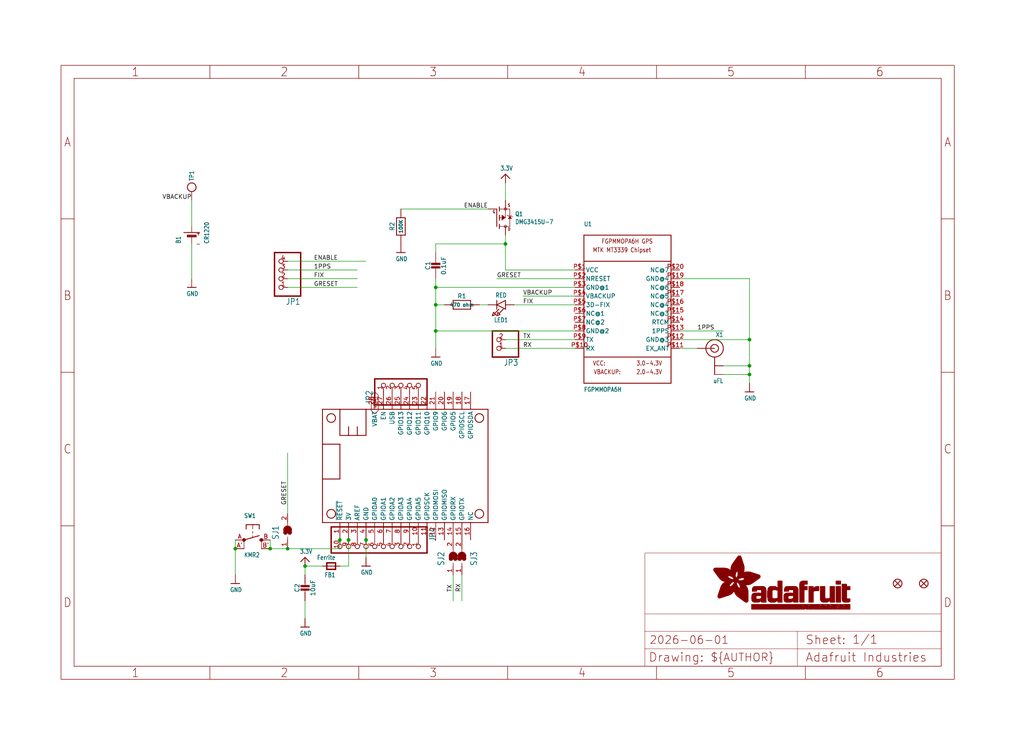
<source format=kicad_sch>
(kicad_sch (version 20230121) (generator eeschema)
  (paper "User" 298.45 217.322)
  (lib_symbols
    (symbol "working-eagle-import:3.3V" (power)
      (property "Value" "3.3V" (at -1.524 1.016 0))
      (symbol "3.3V_1_0"
        (pin power_in line (at 0 -2.54 90) (length 2.54) (name "3.3V") (number "1"))
      )
    )
    (symbol "working-eagle-import:ANTENNA_U.FL"
      (property "Reference" "X" (at -2.54 3.302 0))
      (symbol "ANTENNA_U.FL_1_0"
        (pin passive line (at -2.54 -5.08 0) (length 2.54) (name "GND@0") (number "1"))
        (pin passive line (at -2.54 -7.62 0) (length 2.54) (name "GND@1") (number "2"))
        (pin passive line (at 5.08 0 180) (length 5.08) (name "SIGNAL") (number "3"))
      )
    )
    (symbol "working-eagle-import:BATTERYCR1220_2"
      (property "Reference" "B" (at -2.54 3.175 0))
      (symbol "BATTERYCR1220_2_1_0"
        (text "+" (at 1.27 -1.143 900) (effects (font (size 1.27 1.0795)) (justify right top)))
        (text "-" (at -1.778 -1.143 900) (effects (font (size 1.27 1.0795)) (justify right top)))
        (pin passive line (at 2.54 0 180) (length 0) (name "+") (number "+"))
        (pin passive line (at -2.54 0 0) (length 0) (name "-") (number "-"))
      )
    )
    (symbol "working-eagle-import:CAP_CERAMIC0805-NOOUTLINE"
      (property "Reference" "C" (at -2.29 1.25 90))
      (symbol "CAP_CERAMIC0805-NOOUTLINE_1_0"
        (pin passive line (at 0 5.08 270) (length 2.54) (name "1") (number "1"))
        (pin passive line (at 0 -2.54 90) (length 2.54) (name "2") (number "2"))
      )
    )
    (symbol "working-eagle-import:FEATHERWING"
      (symbol "FEATHERWING_1_0"
        (pin input line (at 5.08 -5.08 90) (length 5.08) (name "~{RESET}") (number "1"))
        (pin bidirectional line (at 27.94 -5.08 90) (length 5.08) (name "GPIOA5") (number "10"))
        (pin bidirectional line (at 30.48 -5.08 90) (length 5.08) (name "GPIOSCK") (number "11"))
        (pin bidirectional line (at 33.02 -5.08 90) (length 5.08) (name "GPIOMOSI") (number "12"))
        (pin bidirectional line (at 35.56 -5.08 90) (length 5.08) (name "GPIOMISO") (number "13"))
        (pin bidirectional line (at 38.1 -5.08 90) (length 5.08) (name "GPIORX") (number "14"))
        (pin bidirectional line (at 40.64 -5.08 90) (length 5.08) (name "GPIOTX") (number "15"))
        (pin passive line (at 43.18 -5.08 90) (length 5.08) (name "NC") (number "16"))
        (pin bidirectional line (at 43.18 38.1 270) (length 5.08) (name "GPIOSDA") (number "17"))
        (pin bidirectional line (at 40.64 38.1 270) (length 5.08) (name "GPIOSCL") (number "18"))
        (pin bidirectional line (at 38.1 38.1 270) (length 5.08) (name "GPIO5") (number "19"))
        (pin power_in line (at 7.62 -5.08 90) (length 5.08) (name "3V") (number "2"))
        (pin bidirectional line (at 35.56 38.1 270) (length 5.08) (name "GPIO6") (number "20"))
        (pin bidirectional line (at 33.02 38.1 270) (length 5.08) (name "GPIO9") (number "21"))
        (pin bidirectional line (at 30.48 38.1 270) (length 5.08) (name "GPIO10") (number "22"))
        (pin bidirectional line (at 27.94 38.1 270) (length 5.08) (name "GPIO11") (number "23"))
        (pin bidirectional line (at 25.4 38.1 270) (length 5.08) (name "GPIO12") (number "24"))
        (pin bidirectional line (at 22.86 38.1 270) (length 5.08) (name "GPIO13") (number "25"))
        (pin power_in line (at 20.32 38.1 270) (length 5.08) (name "USB") (number "26"))
        (pin passive line (at 17.78 38.1 270) (length 5.08) (name "EN") (number "27"))
        (pin power_in line (at 15.24 38.1 270) (length 5.08) (name "VBAT") (number "28"))
        (pin passive line (at 10.16 -5.08 90) (length 5.08) (name "AREF") (number "3"))
        (pin power_in line (at 12.7 -5.08 90) (length 5.08) (name "GND") (number "4"))
        (pin bidirectional line (at 15.24 -5.08 90) (length 5.08) (name "GPIOA0") (number "5"))
        (pin bidirectional line (at 17.78 -5.08 90) (length 5.08) (name "GPIOA1") (number "6"))
        (pin bidirectional line (at 20.32 -5.08 90) (length 5.08) (name "GPIOA2") (number "7"))
        (pin bidirectional line (at 22.86 -5.08 90) (length 5.08) (name "GPIOA3") (number "8"))
        (pin bidirectional line (at 25.4 -5.08 90) (length 5.08) (name "GPIOA4") (number "9"))
      )
    )
    (symbol "working-eagle-import:FERRITE-0805NO"
      (property "Reference" "FB" (at -1.27 1.905 0))
      (symbol "FERRITE-0805NO_1_0"
        (pin passive line (at -2.54 0 0) (length 2.54) (name "P$1") (number "1"))
        (pin passive line (at 2.54 0 180) (length 2.54) (name "P$2") (number "2"))
      )
    )
    (symbol "working-eagle-import:FIDUCIAL{dblquote}{dblquote}")
    (symbol "working-eagle-import:FRAME_A4_ADAFRUIT"
      (symbol "FRAME_A4_ADAFRUIT_1_0"
        (text "${#}/${##}" (at 230.505 10.16 0) (effects (font (size 2.54 2.54)) (justify left bottom)))
        (text "${AUTHOR}" (at 189.23 5.08 0) (effects (font (size 2.286 2.286)) (justify left bottom)))
        (text "${CURRENT_DATE}" (at 171.45 10.16 0) (effects (font (size 2.286 2.286)) (justify left bottom)))
        (text "${PROJECTNAME}" (at 171.45 15.24 0) (effects (font (size 2.54 2.54)) (justify left bottom)))
        (text "1" (at 21.6958 1.905 0) (effects (font (size 2.54 2.286))))
        (text "1" (at 21.6958 177.165 0) (effects (font (size 2.54 2.286))))
        (text "2" (at 65.0875 1.905 0) (effects (font (size 2.54 2.286))))
        (text "2" (at 65.0875 177.165 0) (effects (font (size 2.54 2.286))))
        (text "3" (at 108.4792 1.905 0) (effects (font (size 2.54 2.286))))
        (text "3" (at 108.4792 177.165 0) (effects (font (size 2.54 2.286))))
        (text "4" (at 151.8708 1.905 0) (effects (font (size 2.54 2.286))))
        (text "4" (at 151.8708 177.165 0) (effects (font (size 2.54 2.286))))
        (text "5" (at 195.2625 1.905 0) (effects (font (size 2.54 2.286))))
        (text "5" (at 195.2625 177.165 0) (effects (font (size 2.54 2.286))))
        (text "6" (at 238.6542 1.905 0) (effects (font (size 2.54 2.286))))
        (text "6" (at 238.6542 177.165 0) (effects (font (size 2.54 2.286))))
        (text "A" (at 1.905 156.6863 0) (effects (font (size 2.54 2.286))))
        (text "A" (at 258.445 156.6863 0) (effects (font (size 2.54 2.286))))
        (text "Adafruit Industries" (at 216.916 4.953 0) (effects (font (size 2.54 2.54)) (justify left bottom)))
        (text "B" (at 1.905 111.9188 0) (effects (font (size 2.54 2.286))))
        (text "B" (at 258.445 111.9188 0) (effects (font (size 2.54 2.286))))
        (text "C" (at 1.905 67.1513 0) (effects (font (size 2.54 2.286))))
        (text "C" (at 258.445 67.1513 0) (effects (font (size 2.54 2.286))))
        (text "D" (at 1.905 22.3838 0) (effects (font (size 2.54 2.286))))
        (text "D" (at 258.445 22.3838 0) (effects (font (size 2.54 2.286))))
        (text "Drawing:" (at 171.196 4.953 0) (effects (font (size 2.54 2.54)) (justify left bottom)))
        (text "Sheet:" (at 216.916 10.033 0) (effects (font (size 2.54 2.54)) (justify left bottom)))
      )
    )
    (symbol "working-eagle-import:GND" (power)
      (property "Value" "GND" (at -1.524 -2.54 0))
      (symbol "GND_1_0"
        (pin power_in line (at 0 2.54 270) (length 2.54) (name "GND") (number "1"))
      )
    )
    (symbol "working-eagle-import:GPS_FGPMMOPA6H"
      (property "Reference" "U" (at -12.7 22.86 0))
      (symbol "GPS_FGPMMOPA6H_1_0"
        (text "2.0-4.3V" (at 2.54 -20.32 0) (effects (font (size 1.27 1.0795)) (justify left bottom)))
        (text "3.0-4.3V" (at 2.54 -17.78 0) (effects (font (size 1.27 1.0795)) (justify left bottom)))
        (text "FGPMMOPA6H GPS" (at -7.62 17.78 0) (effects (font (size 1.27 1.0795)) (justify left bottom)))
        (text "MTK MT3339 Chipset" (at -10.16 15.24 0) (effects (font (size 1.27 1.0795)) (justify left bottom)))
        (text "VBACKUP:" (at -9.906 -20.32 0) (effects (font (size 1.27 1.0795)) (justify left bottom)))
        (text "VCC:" (at -10.16 -17.78 0) (effects (font (size 1.27 1.0795)) (justify left bottom)))
        (pin bidirectional line (at -15.24 10.16 0) (length 2.54) (name "VCC") (number "P$1"))
        (pin bidirectional line (at -15.24 -12.7 0) (length 2.54) (name "RX") (number "P$10"))
        (pin bidirectional line (at 15.24 -12.7 180) (length 2.54) (name "EX_ANT") (number "P$11"))
        (pin bidirectional line (at 15.24 -10.16 180) (length 2.54) (name "GND@3") (number "P$12"))
        (pin bidirectional line (at 15.24 -7.62 180) (length 2.54) (name "1PPS") (number "P$13"))
        (pin bidirectional line (at 15.24 -5.08 180) (length 2.54) (name "RTCM") (number "P$14"))
        (pin bidirectional line (at 15.24 -2.54 180) (length 2.54) (name "NC@3") (number "P$15"))
        (pin bidirectional line (at 15.24 0 180) (length 2.54) (name "NC@4") (number "P$16"))
        (pin bidirectional line (at 15.24 2.54 180) (length 2.54) (name "NC@5") (number "P$17"))
        (pin bidirectional line (at 15.24 5.08 180) (length 2.54) (name "NC@6") (number "P$18"))
        (pin bidirectional line (at 15.24 7.62 180) (length 2.54) (name "GND@4") (number "P$19"))
        (pin bidirectional line (at -15.24 7.62 0) (length 2.54) (name "NRESET") (number "P$2"))
        (pin bidirectional line (at 15.24 10.16 180) (length 2.54) (name "NC@7") (number "P$20"))
        (pin bidirectional line (at -15.24 5.08 0) (length 2.54) (name "GND@1") (number "P$3"))
        (pin bidirectional line (at -15.24 2.54 0) (length 2.54) (name "VBACKUP") (number "P$4"))
        (pin bidirectional line (at -15.24 0 0) (length 2.54) (name "3D-FIX") (number "P$5"))
        (pin bidirectional line (at -15.24 -2.54 0) (length 2.54) (name "NC@1") (number "P$6"))
        (pin bidirectional line (at -15.24 -5.08 0) (length 2.54) (name "NC@2") (number "P$7"))
        (pin bidirectional line (at -15.24 -7.62 0) (length 2.54) (name "GND@2") (number "P$8"))
        (pin bidirectional line (at -15.24 -10.16 0) (length 2.54) (name "TX") (number "P$9"))
      )
    )
    (symbol "working-eagle-import:HEADER-1X10ROUND"
      (property "Reference" "JP" (at -6.35 13.335 0))
      (symbol "HEADER-1X10ROUND_1_0"
        (pin passive inverted (at -2.54 10.16 0) (length 2.54) (name "1") (number "1"))
        (pin passive inverted (at -2.54 -12.7 0) (length 2.54) (name "10") (number "10"))
        (pin passive inverted (at -2.54 7.62 0) (length 2.54) (name "2") (number "2"))
        (pin passive inverted (at -2.54 5.08 0) (length 2.54) (name "3") (number "3"))
        (pin passive inverted (at -2.54 2.54 0) (length 2.54) (name "4") (number "4"))
        (pin passive inverted (at -2.54 0 0) (length 2.54) (name "5") (number "5"))
        (pin passive inverted (at -2.54 -2.54 0) (length 2.54) (name "6") (number "6"))
        (pin passive inverted (at -2.54 -5.08 0) (length 2.54) (name "7") (number "7"))
        (pin passive inverted (at -2.54 -7.62 0) (length 2.54) (name "8") (number "8"))
        (pin passive inverted (at -2.54 -10.16 0) (length 2.54) (name "9") (number "9"))
      )
    )
    (symbol "working-eagle-import:HEADER-1X2ROUND"
      (property "Reference" "JP" (at -6.35 5.715 0))
      (symbol "HEADER-1X2ROUND_1_0"
        (pin passive inverted (at -2.54 2.54 0) (length 2.54) (name "1") (number "1"))
        (pin passive inverted (at -2.54 0 0) (length 2.54) (name "2") (number "2"))
      )
    )
    (symbol "working-eagle-import:HEADER-1X4ROUND"
      (property "Reference" "JP" (at -6.35 8.255 0))
      (symbol "HEADER-1X4ROUND_1_0"
        (pin passive inverted (at -2.54 5.08 0) (length 2.54) (name "1") (number "1"))
        (pin passive inverted (at -2.54 2.54 0) (length 2.54) (name "2") (number "2"))
        (pin passive inverted (at -2.54 0 0) (length 2.54) (name "3") (number "3"))
        (pin passive inverted (at -2.54 -2.54 0) (length 2.54) (name "4") (number "4"))
      )
    )
    (symbol "working-eagle-import:HEADER-1X570MIL"
      (property "Reference" "JP" (at -6.35 8.255 0))
      (symbol "HEADER-1X570MIL_1_0"
        (pin passive inverted (at -2.54 5.08 0) (length 2.54) (name "1") (number "1"))
        (pin passive inverted (at -2.54 2.54 0) (length 2.54) (name "2") (number "2"))
        (pin passive inverted (at -2.54 0 0) (length 2.54) (name "3") (number "3"))
        (pin passive inverted (at -2.54 -2.54 0) (length 2.54) (name "4") (number "4"))
        (pin passive inverted (at -2.54 -5.08 0) (length 2.54) (name "5") (number "5"))
      )
    )
    (symbol "working-eagle-import:LED0805_NOOUTLINE"
      (property "Reference" "D" (at -1.27 4.445 0))
      (symbol "LED0805_NOOUTLINE_1_0"
        (pin passive line (at -5.08 0 0) (length 2.54) (name "A") (number "A"))
        (pin passive line (at 2.54 0 180) (length 2.54) (name "C") (number "C"))
      )
    )
    (symbol "working-eagle-import:MOSFET-PWIDE"
      (property "Reference" "Q" (at 2.794 0.381 0))
      (symbol "MOSFET-PWIDE_1_0"
        (text "D" (at 0.635 -3.81 0) (effects (font (size 0.8128 0.6908)) (justify left bottom)))
        (text "G" (at -3.81 1.27 0) (effects (font (size 0.8128 0.6908)) (justify left bottom)))
        (text "S" (at 0.635 3.175 0) (effects (font (size 0.8128 0.6908)) (justify left bottom)))
        (pin passive line (at -5.08 2.54 0) (length 2.54) (name "G") (number "1"))
        (pin passive line (at 0 5.08 270) (length 2.54) (name "S") (number "2"))
        (pin passive line (at 0 -5.08 90) (length 2.54) (name "D") (number "3"))
      )
    )
    (symbol "working-eagle-import:RESISTOR0805_NOOUTLINE"
      (property "Reference" "R" (at 0 2.54 0))
      (symbol "RESISTOR0805_NOOUTLINE_1_0"
        (pin passive line (at -5.08 0 0) (length 2.54) (name "1") (number "1"))
        (pin passive line (at 5.08 0 180) (length 2.54) (name "2") (number "2"))
      )
    )
    (symbol "working-eagle-import:SOLDERJUMPER"
      (property "Reference" "SJ" (at -2.54 2.54 0))
      (symbol "SOLDERJUMPER_1_0"
        (pin passive line (at -5.08 0 0) (length 2.54) (name "1") (number "1"))
        (pin passive line (at 5.08 0 180) (length 2.54) (name "2") (number "2"))
      )
    )
    (symbol "working-eagle-import:SOLDERJUMPERCLOSED"
      (property "Reference" "SJ" (at -2.54 2.54 0))
      (symbol "SOLDERJUMPERCLOSED_1_0"
        (pin passive line (at -5.08 0 0) (length 2.54) (name "1") (number "1"))
        (pin passive line (at 5.08 0 180) (length 2.54) (name "2") (number "2"))
      )
    )
    (symbol "working-eagle-import:SWITCH_TACT_SMT4.6X2.8"
      (property "Reference" "SW" (at -2.54 6.35 0))
      (symbol "SWITCH_TACT_SMT4.6X2.8_1_0"
        (pin passive line (at -5.08 0 0) (length 2.54) (name "P") (number "A"))
        (pin passive line (at -5.08 -2.54 0) (length 2.54) (name "P1") (number "A'"))
        (pin passive line (at 5.08 0 180) (length 2.54) (name "S") (number "B"))
        (pin passive line (at 5.08 -2.54 180) (length 2.54) (name "S1") (number "B'"))
      )
    )
    (symbol "working-eagle-import:TESTPOINTROUND1.5MM"
      (property "Reference" "TP" (at 0 5.588 90))
      (symbol "TESTPOINTROUND1.5MM_1_0"
        (pin bidirectional line (at 0 0 90) (length 2.54) (name "P$1") (number "P$1"))
      )
    )
  )
  (junction (at 147.32 71.12))
  (junction (at 78.74 160.02))
  (junction (at 218.44 106.68))
  (junction (at 101.6 157.48))
  (junction (at 88.9 165.1))
  (junction (at 218.44 109.22))
  (junction (at 99.06 157.48))
  (junction (at 218.44 99.06))
  (junction (at 68.58 160.02))
  (junction (at 83.82 160.02))
  (junction (at 127 83.82))
  (junction (at 127 96.52))
  (junction (at 127 88.9))
  (junction (at 106.68 157.48))
  (wire (pts (xy 147.32 68.58) (xy 147.32 71.12)) (stroke (width 0.1524)))
  (wire (pts (xy 147.32 71.12) (xy 147.32 78.74)) (stroke (width 0.1524)))
  (wire (pts (xy 218.44 106.68) (xy 218.44 109.22)) (stroke (width 0.1524)))
  (wire (pts (xy 167.64 83.82) (xy 127 83.82)) (stroke (width 0.1524)))
  (wire (pts (xy 127 83.82) (xy 127 88.9)) (stroke (width 0.1524)))
  (wire (pts (xy 198.12 96.52) (xy 210.82 96.52)) (stroke (width 0.1524)))
  (wire (pts (xy 55.88 71.12) (xy 55.88 81.28)) (stroke (width 0.1524)))
  (wire (pts (xy 129.54 88.9) (xy 127 88.9)) (stroke (width 0.1524)))
  (wire (pts (xy 101.6 165.1) (xy 99.06 165.1)) (stroke (width 0.1524)))
  (wire (pts (xy 55.88 66.04) (xy 55.88 58.42)) (stroke (width 0.1524)))
  (wire (pts (xy 167.64 88.9) (xy 149.86 88.9)) (stroke (width 0.1524)))
  (wire (pts (xy 167.64 86.36) (xy 152.4 86.36)) (stroke (width 0.1524)))
  (wire (pts (xy 218.44 109.22) (xy 218.44 111.76)) (stroke (width 0.1524)))
  (wire (pts (xy 167.64 101.6) (xy 147.32 101.6)) (stroke (width 0.1524)))
  (wire (pts (xy 167.64 99.06) (xy 147.32 99.06)) (stroke (width 0.1524)))
  (wire (pts (xy 198.12 101.6) (xy 203.2 101.6)) (stroke (width 0.1524)))
  (wire (pts (xy 218.44 81.28) (xy 218.44 99.06)) (stroke (width 0.1524)))
  (wire (pts (xy 101.6 157.48) (xy 101.6 165.1)) (stroke (width 0.1524)))
  (wire (pts (xy 83.82 76.2) (xy 106.68 76.2)) (stroke (width 0.1524)))
  (wire (pts (xy 147.32 53.34) (xy 147.32 58.42)) (stroke (width 0.1524)))
  (wire (pts (xy 88.9 175.26) (xy 88.9 180.34)) (stroke (width 0.1524)))
  (wire (pts (xy 78.74 160.02) (xy 83.82 160.02)) (stroke (width 0.1524)))
  (wire (pts (xy 106.68 162.56) (xy 106.68 157.48)) (stroke (width 0.1524)))
  (wire (pts (xy 127 96.52) (xy 127 101.6)) (stroke (width 0.1524)))
  (wire (pts (xy 127 81.28) (xy 127 83.82)) (stroke (width 0.1524)))
  (wire (pts (xy 142.24 60.96) (xy 116.84 60.96)) (stroke (width 0.1524)))
  (wire (pts (xy 83.82 149.86) (xy 83.82 132.08)) (stroke (width 0.1524)))
  (wire (pts (xy 88.9 165.1) (xy 88.9 167.64)) (stroke (width 0.1524)))
  (wire (pts (xy 83.82 81.28) (xy 104.14 81.28)) (stroke (width 0.1524)))
  (wire (pts (xy 68.58 160.02) (xy 68.58 167.64)) (stroke (width 0.1524)))
  (wire (pts (xy 210.82 109.22) (xy 218.44 109.22)) (stroke (width 0.1524)))
  (wire (pts (xy 93.98 165.1) (xy 88.9 165.1)) (stroke (width 0.1524)))
  (wire (pts (xy 68.58 157.48) (xy 68.58 160.02)) (stroke (width 0.1524)))
  (wire (pts (xy 134.62 167.64) (xy 134.62 175.26)) (stroke (width 0.1524)))
  (wire (pts (xy 167.64 96.52) (xy 127 96.52)) (stroke (width 0.1524)))
  (wire (pts (xy 218.44 99.06) (xy 218.44 106.68)) (stroke (width 0.1524)))
  (wire (pts (xy 127 88.9) (xy 127 96.52)) (stroke (width 0.1524)))
  (wire (pts (xy 127 73.66) (xy 127 71.12)) (stroke (width 0.1524)))
  (wire (pts (xy 104.14 83.82) (xy 83.82 83.82)) (stroke (width 0.1524)))
  (wire (pts (xy 83.82 160.02) (xy 99.06 160.02)) (stroke (width 0.1524)))
  (wire (pts (xy 127 71.12) (xy 147.32 71.12)) (stroke (width 0.1524)))
  (wire (pts (xy 142.24 88.9) (xy 139.7 88.9)) (stroke (width 0.1524)))
  (wire (pts (xy 167.64 78.74) (xy 147.32 78.74)) (stroke (width 0.1524)))
  (wire (pts (xy 99.06 160.02) (xy 99.06 157.48)) (stroke (width 0.1524)))
  (wire (pts (xy 78.74 157.48) (xy 78.74 160.02)) (stroke (width 0.1524)))
  (wire (pts (xy 210.82 106.68) (xy 218.44 106.68)) (stroke (width 0.1524)))
  (wire (pts (xy 83.82 78.74) (xy 104.14 78.74)) (stroke (width 0.1524)))
  (wire (pts (xy 198.12 99.06) (xy 218.44 99.06)) (stroke (width 0.1524)))
  (wire (pts (xy 167.64 81.28) (xy 144.78 81.28)) (stroke (width 0.1524)))
  (wire (pts (xy 198.12 81.28) (xy 218.44 81.28)) (stroke (width 0.1524)))
  (wire (pts (xy 132.08 167.64) (xy 132.08 175.26)) (stroke (width 0.1524)))
  (label "ENABLE" (at 142.24 60.96 180) (effects (font (size 1.2446 1.2446))))
  (label "1PPS" (at 91.44 78.74 0) (effects (font (size 1.2446 1.2446))))
  (label "TX" (at 152.4 99.06 0) (effects (font (size 1.2446 1.2446))))
  (label "RX" (at 152.4 101.6 0) (effects (font (size 1.2446 1.2446))))
  (label "TX" (at 132.08 172.72 90) (effects (font (size 1.2446 1.2446))))
  (label "1PPS" (at 203.2 96.52 0) (effects (font (size 1.2446 1.2446))))
  (label "RX" (at 134.62 172.72 90) (effects (font (size 1.2446 1.2446))))
  (label "VBACKUP" (at 55.88 58.42 180) (effects (font (size 1.2446 1.2446))))
  (label "VBACKUP" (at 152.4 86.36 0) (effects (font (size 1.2446 1.2446))))
  (label "ENABLE" (at 91.44 76.2 0) (effects (font (size 1.2446 1.2446))))
  (label "FIX" (at 91.44 81.28 0) (effects (font (size 1.2446 1.2446))))
  (label "GRESET" (at 91.44 83.82 0) (effects (font (size 1.2446 1.2446))))
  (label "GRESET" (at 144.78 81.28 0) (effects (font (size 1.2446 1.2446))))
  (label "GRESET" (at 83.82 147.32 90) (effects (font (size 1.2446 1.2446))))
  (label "FIX" (at 152.4 88.9 0) (effects (font (size 1.2446 1.2446))))
  (global_label "VBAT" (shape bidirectional) (at 109.22 114.3 270) (effects (font (size 1.016 1.016))) (property "Intersheetrefs" "${INTERSHEET_REFS}" (effects hide)))
  (symbol (lib_id "working-eagle-import:GPS_FGPMMOPA6H") (at 182.88 88.9 0) (unit 1)
    (property "Reference" "U1" (at 170.18 66.04 0) (effects (font (size 1.27 1.0795)) (justify left bottom)))
    (property "Value" "FGPMMOPA6H" (at 170.18 114.3 0) (effects (font (size 1.27 1.0795)) (justify left bottom)))
    (property "Footprint" "working:FGPMMOPA6H" (effects hide))
  )
  (symbol (lib_id "working-eagle-import:GND") (at 116.84 73.66 0) (unit 1)
    (property "Reference" "#U$7" (effects hide))
    (property "Value" "GND" (at 115.316 76.2 0) (effects (font (size 1.27 1.0795)) (justify left bottom)))
  )
  (symbol (lib_id "working-eagle-import:FIDUCIAL{dblquote}{dblquote}") (at 261.62 170.18 0) (unit 1)
    (property "Reference" "FID2" (effects hide))
    (property "Value" "FIDUCIAL{dblquote}{dblquote}" (effects hide))
    (property "Footprint" "working:FIDUCIAL_1MM" (effects hide))
  )
  (symbol (lib_id "working-eagle-import:SOLDERJUMPERCLOSED") (at 132.08 162.56 90) (unit 1)
    (property "Reference" "SJ2" (at 129.54 165.1 0) (effects (font (size 1.778 1.5113)) (justify left bottom)))
    (property "Value" "SOLDERJUMPERCLOSED" (effects hide))
    (property "Footprint" "working:SOLDERJUMPER_CLOSEDWIRE" (effects hide))
  )
  (symbol (lib_id "working-eagle-import:CAP_CERAMIC0805-NOOUTLINE") (at 127 78.74 0) (unit 1)
    (property "Reference" "C1" (at 124.71 77.49 90))
    (property "Value" "0.1uF" (at 129.3 77.49 90))
    (property "Footprint" "working:0805-NO" (effects hide))
  )
  (symbol (lib_id "working-eagle-import:GND") (at 88.9 182.88 0) (unit 1)
    (property "Reference" "#U$5" (effects hide))
    (property "Value" "GND" (at 87.376 185.42 0) (effects (font (size 1.27 1.0795)) (justify left bottom)))
  )
  (symbol (lib_id "working-eagle-import:GND") (at 127 104.14 0) (unit 1)
    (property "Reference" "#U$2" (effects hide))
    (property "Value" "GND" (at 125.476 106.68 0) (effects (font (size 1.27 1.0795)) (justify left bottom)))
  )
  (symbol (lib_id "working-eagle-import:FRAME_A4_ADAFRUIT") (at 17.78 198.12 0) (unit 1)
    (property "Reference" "#U$1" (effects hide))
    (property "Value" "FRAME_A4_ADAFRUIT" (effects hide))
  )
  (symbol (lib_id "working-eagle-import:FERRITE-0805NO") (at 96.52 165.1 180) (unit 1)
    (property "Reference" "FB1" (at 97.79 167.005 0) (effects (font (size 1.27 1.0795)) (justify left bottom)))
    (property "Value" "Ferrite" (at 97.79 161.925 0) (effects (font (size 1.27 1.0795)) (justify left bottom)))
    (property "Footprint" "working:0805-NO" (effects hide))
  )
  (symbol (lib_id "working-eagle-import:SWITCH_TACT_SMT4.6X2.8") (at 73.66 157.48 0) (unit 1)
    (property "Reference" "SW1" (at 71.12 151.13 0) (effects (font (size 1.27 1.0795)) (justify left bottom)))
    (property "Value" "KMR2" (at 71.12 162.56 0) (effects (font (size 1.27 1.0795)) (justify left bottom)))
    (property "Footprint" "working:BTN_KMR2_4.6X2.8" (effects hide))
  )
  (symbol (lib_id "working-eagle-import:3.3V") (at 147.32 50.8 0) (unit 1)
    (property "Reference" "#U$4" (effects hide))
    (property "Value" "3.3V" (at 145.796 49.784 0) (effects (font (size 1.27 1.0795)) (justify left bottom)))
  )
  (symbol (lib_id "working-eagle-import:HEADER-1X10ROUND") (at 111.76 160.02 270) (unit 1)
    (property "Reference" "JP4" (at 125.095 153.67 0) (effects (font (size 1.778 1.5113)) (justify left bottom)))
    (property "Value" "HEADER-1X10ROUND" (effects hide))
    (property "Footprint" "working:1X10_ROUND" (effects hide))
  )
  (symbol (lib_id "working-eagle-import:SOLDERJUMPERCLOSED") (at 134.62 162.56 270) (mirror x) (unit 1)
    (property "Reference" "SJ3" (at 137.16 165.1 0) (effects (font (size 1.778 1.5113)) (justify left bottom)))
    (property "Value" "SOLDERJUMPERCLOSED" (effects hide))
    (property "Footprint" "working:SOLDERJUMPER_CLOSEDWIRE" (effects hide))
  )
  (symbol (lib_id "working-eagle-import:LED0805_NOOUTLINE") (at 144.78 88.9 180) (unit 1)
    (property "Reference" "LED1" (at 146.05 93.345 0) (effects (font (size 1.27 1.0795))))
    (property "Value" "RED" (at 146.05 86.106 0) (effects (font (size 1.27 1.0795))))
    (property "Footprint" "working:CHIPLED_0805_NOOUTLINE" (effects hide))
  )
  (symbol (lib_id "working-eagle-import:HEADER-1X4ROUND") (at 81.28 78.74 180) (unit 1)
    (property "Reference" "JP1" (at 87.63 86.995 0) (effects (font (size 1.778 1.5113)) (justify left bottom)))
    (property "Value" "HEADER-1X4ROUND" (effects hide))
    (property "Footprint" "working:1X04_ROUND" (effects hide))
  )
  (symbol (lib_id "working-eagle-import:GND") (at 106.68 165.1 0) (unit 1)
    (property "Reference" "#U$8" (effects hide))
    (property "Value" "GND" (at 105.156 167.64 0) (effects (font (size 1.27 1.0795)) (justify left bottom)))
  )
  (symbol (lib_id "working-eagle-import:BATTERYCR1220_2") (at 55.88 68.58 90) (unit 1)
    (property "Reference" "B1" (at 52.705 71.12 0) (effects (font (size 1.27 1.0795)) (justify left bottom)))
    (property "Value" "CR1220" (at 60.96 71.12 0) (effects (font (size 1.27 1.0795)) (justify left bottom)))
    (property "Footprint" "working:CR1220-2" (effects hide))
  )
  (symbol (lib_id "working-eagle-import:ANTENNA_U.FL") (at 208.28 101.6 0) (mirror y) (unit 1)
    (property "Reference" "X1" (at 210.82 98.298 0) (effects (font (size 1.27 1.0795)) (justify left bottom)))
    (property "Value" "uFL" (at 210.82 111.76 0) (effects (font (size 1.27 1.0795)) (justify left bottom)))
    (property "Footprint" "working:U.FL" (effects hide))
  )
  (symbol (lib_id "working-eagle-import:CAP_CERAMIC0805-NOOUTLINE") (at 88.9 172.72 0) (unit 1)
    (property "Reference" "C2" (at 86.61 171.47 90))
    (property "Value" "10uF" (at 91.2 171.47 90))
    (property "Footprint" "working:0805-NO" (effects hide))
  )
  (symbol (lib_id "working-eagle-import:GND") (at 218.44 114.3 0) (unit 1)
    (property "Reference" "#U$19" (effects hide))
    (property "Value" "GND" (at 216.916 116.84 0) (effects (font (size 1.27 1.0795)) (justify left bottom)))
  )
  (symbol (lib_id "working-eagle-import:HEADER-1X570MIL") (at 116.84 111.76 90) (unit 1)
    (property "Reference" "JP2" (at 108.585 118.11 0) (effects (font (size 1.778 1.5113)) (justify left bottom)))
    (property "Value" "HEADER-1X570MIL" (effects hide))
    (property "Footprint" "working:1X05_ROUND_70" (effects hide))
  )
  (symbol (lib_id "working-eagle-import:RESISTOR0805_NOOUTLINE") (at 116.84 66.04 90) (unit 1)
    (property "Reference" "R2" (at 114.3 66.04 0))
    (property "Value" "100K" (at 116.84 66.04 0) (effects (font (size 1.016 1.016) bold)))
    (property "Footprint" "working:0805-NO" (effects hide))
  )
  (symbol (lib_id "working-eagle-import:GND") (at 55.88 83.82 0) (unit 1)
    (property "Reference" "#U$14" (effects hide))
    (property "Value" "GND" (at 54.356 86.36 0) (effects (font (size 1.27 1.0795)) (justify left bottom)))
  )
  (symbol (lib_id "working-eagle-import:FIDUCIAL{dblquote}{dblquote}") (at 269.24 170.18 0) (unit 1)
    (property "Reference" "FID1" (effects hide))
    (property "Value" "FIDUCIAL{dblquote}{dblquote}" (effects hide))
    (property "Footprint" "working:FIDUCIAL_1MM" (effects hide))
  )
  (symbol (lib_id "working-eagle-import:3.3V") (at 88.9 162.56 0) (unit 1)
    (property "Reference" "#U$3" (effects hide))
    (property "Value" "3.3V" (at 87.376 161.544 0) (effects (font (size 1.27 1.0795)) (justify left bottom)))
  )
  (symbol (lib_id "working-eagle-import:TESTPOINTROUND1.5MM") (at 55.88 58.42 0) (unit 1)
    (property "Reference" "TP1" (at 55.88 52.832 90) (effects (font (size 1.27 1.0795)) (justify left)))
    (property "Value" "TESTPOINTROUND1.5MM" (effects hide))
    (property "Footprint" "working:TESTPOINT_ROUND_1.5MM" (effects hide))
  )
  (symbol (lib_id "working-eagle-import:GND") (at 68.58 170.18 0) (unit 1)
    (property "Reference" "#U$6" (effects hide))
    (property "Value" "GND" (at 67.056 172.72 0) (effects (font (size 1.27 1.0795)) (justify left bottom)))
  )
  (symbol (lib_id "working-eagle-import:MOSFET-PWIDE") (at 147.32 63.5 0) (unit 1)
    (property "Reference" "Q1" (at 150.114 63.119 0) (effects (font (size 1.27 1.0795)) (justify left bottom)))
    (property "Value" "DMG3415U-7 " (at 150.114 65.405 0) (effects (font (size 1.27 1.0795)) (justify left bottom)))
    (property "Footprint" "working:SOT23-WIDE" (effects hide))
  )
  (symbol (lib_id "working-eagle-import:RESISTOR0805_NOOUTLINE") (at 134.62 88.9 0) (unit 1)
    (property "Reference" "R1" (at 134.62 86.36 0))
    (property "Value" "470 ohm" (at 134.62 88.9 0) (effects (font (size 1.016 1.016) bold)))
    (property "Footprint" "working:0805-NO" (effects hide))
  )
  (symbol (lib_id "working-eagle-import:SOLDERJUMPER") (at 83.82 154.94 90) (unit 1)
    (property "Reference" "SJ1" (at 81.28 157.48 0) (effects (font (size 1.778 1.5113)) (justify left bottom)))
    (property "Value" "SOLDERJUMPER" (effects hide))
    (property "Footprint" "working:SOLDERJUMPER_ARROW_NOPASTE" (effects hide))
  )
  (symbol (lib_id "working-eagle-import:HEADER-1X2ROUND") (at 144.78 99.06 180) (unit 1)
    (property "Reference" "JP3" (at 151.13 104.775 0) (effects (font (size 1.778 1.5113)) (justify left bottom)))
    (property "Value" "HEADER-1X2ROUND" (effects hide))
    (property "Footprint" "working:1X02_ROUND" (effects hide))
  )
  (symbol (lib_id "working-eagle-import:FEATHERWING") (at 93.98 152.4 0) (unit 1)
    (property "Reference" "MS1" (effects hide))
    (property "Value" "FEATHERWING" (effects hide))
    (property "Footprint" "working:FEATHERWING" (effects hide))
  )
)
</source>
